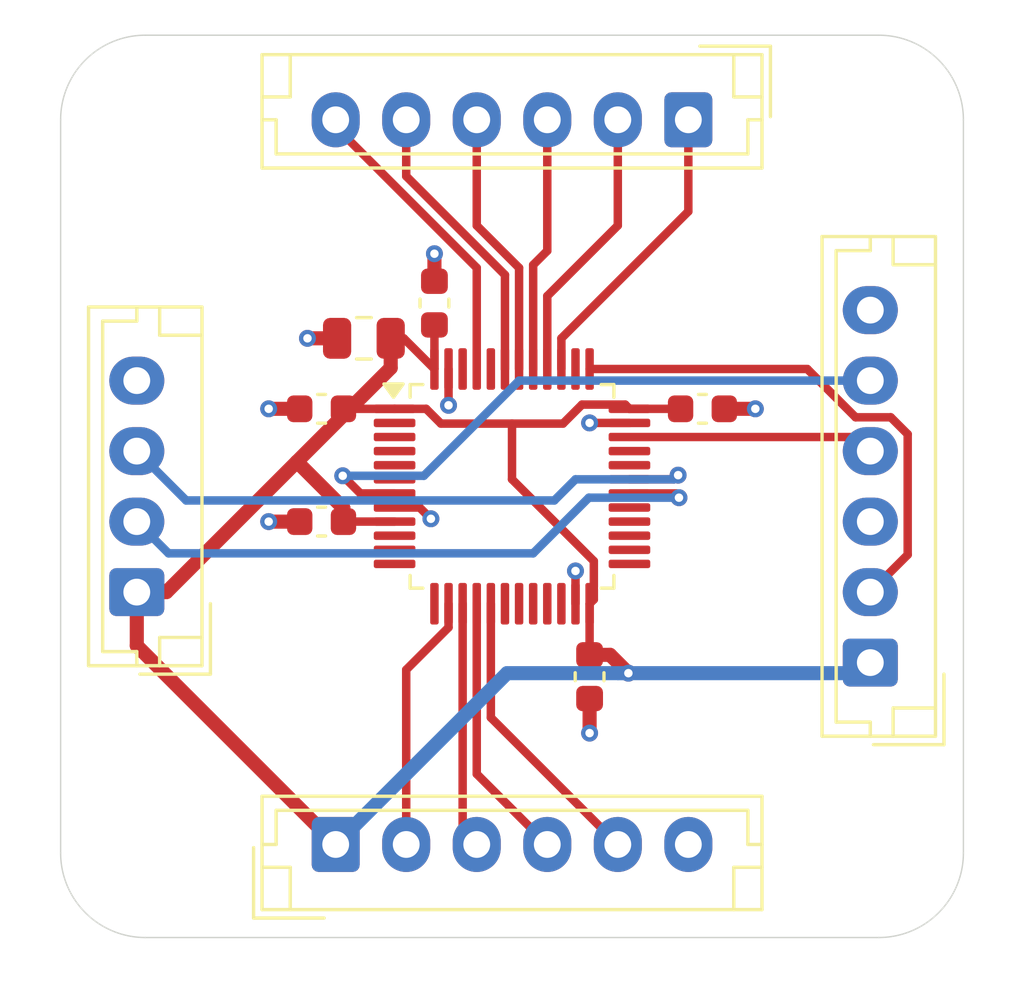
<source format=kicad_pcb>
(kicad_pcb (version 20240108) (generator "pcbnew") (generator_version "8.0")
  (layers (0 "F.Cu" signal) (1 "In1.Cu" signal) (2 "In2.Cu" signal) (31 "B.Cu" signal) (34 "B.Paste" user) (35 "F.Paste" user) (36 "B.SilkS" user "B.Silkscreen") (37 "F.SilkS" user "F.Silkscreen") (38 "B.Mask" user) (39 "F.Mask" user) (44 "Edge.Cuts" user))
  (net 0 "")
  (net 1 "GND")
  (net 2 "+3.3V")
  (net 3 "Net-(J1-Pin_2)")
  (net 4 "Net-(J1-Pin_3)")
  (net 5 "Net-(J1-Pin_4)")
  (net 6 "Net-(J1-Pin_5)")
  (net 7 "Net-(J2-Pin_2)")
  (net 8 "Net-(J2-Pin_3)")
  (net 9 "Net-(J3-Pin_2)")
  (net 10 "Net-(J3-Pin_6)")
  (net 11 "Net-(J3-Pin_4)")
  (net 12 "Net-(J3-Pin_5)")
  (net 13 "Net-(J3-Pin_3)")
  (net 14 "Net-(J3-Pin_1)")
  (net 15 "Net-(J4-Pin_4)")
  (net 16 "Net-(J4-Pin_5)")
  (net 18 "Net-(J4-Pin_2)")
  (footprint "MountingHole:MountingHole_3.2mm_M3" (layer "F.Cu") (at 173 87)
    (property "Reference" "H1" (hide yes))
    (property "Value" "MountingHole")
    (pad "" np_thru_hole circle (at 0 0) (size 3.2 3.2) (drill 3.2) (layers "*.Cu" "*.Mask"))
  )
  (footprint "Capacitor_SMD:C_0805_2012Metric" (layer "F.Cu") (at 154.75 94.75 180)
    (property "Reference" "C6" (hide yes))
    (property "Value" "4u7")
    (fp_line (start -0.261253 0.735) (end 0.261253 0.735) (stroke (width 0.12)) (layer "F.SilkS"))
    (fp_line (start -0.261253 -0.735) (end 0.261253 -0.735) (stroke (width 0.12)) (layer "F.SilkS"))
    (pad "1" smd roundrect (at -0.949999 0 180) (size 1 1.45) (layers "F.Cu" "F.Paste" "F.Mask") (net 2 "+3.3V"))
    (pad "2" smd roundrect (at 0.949999 0 180) (size 1 1.45) (layers "F.Cu" "F.Paste" "F.Mask") (net 1 "GND"))
  )
  (footprint "MountingHole:MountingHole_3.2mm_M3" (layer "F.Cu") (at 173 113)
    (property "Reference" "H2" (hide yes))
    (property "Value" "MountingHole")
    (pad "" np_thru_hole circle (at 0 0) (size 3.2 3.2) (drill 3.2) (layers "*.Cu" "*.Mask"))
  )
  (footprint "Capacitor_SMD:C_0603_1608Metric" (layer "F.Cu") (at 157.25 93.5 90)
    (property "Reference" "C5" (hide yes))
    (property "Value" "100n")
    (fp_line (start -0.140581 -0.51) (end 0.140581 -0.51) (stroke (width 0.12)) (layer "F.SilkS"))
    (fp_line (start -0.140581 0.51) (end 0.140581 0.51) (stroke (width 0.12)) (layer "F.SilkS"))
    (pad "1" smd roundrect (at -0.775 0 90) (size 0.9 0.95) (layers "F.Cu" "F.Paste" "F.Mask") (net 2 "+3.3V"))
    (pad "2" smd roundrect (at 0.775 0 90) (size 0.9 0.95) (layers "F.Cu" "F.Paste" "F.Mask") (net 1 "GND"))
  )
  (footprint "Capacitor_SMD:C_0603_1608Metric" (layer "F.Cu") (at 153.25 97.25 180)
    (property "Reference" "C1" (hide yes))
    (property "Value" "100n")
    (fp_line (start -0.140581 0.51) (end 0.140581 0.51) (stroke (width 0.12)) (layer "F.SilkS"))
    (fp_line (start -0.140581 -0.51) (end 0.140581 -0.51) (stroke (width 0.12)) (layer "F.SilkS"))
    (pad "1" smd roundrect (at -0.775 0 180) (size 0.9 0.95) (layers "F.Cu" "F.Paste" "F.Mask") (net 2 "+3.3V"))
    (pad "2" smd roundrect (at 0.775 0 180) (size 0.9 0.95) (layers "F.Cu" "F.Paste" "F.Mask") (net 1 "GND"))
  )
  (footprint "Capacitor_SMD:C_0603_1608Metric" (layer "F.Cu") (at 166.75 97.25)
    (property "Reference" "C3" (hide yes))
    (property "Value" "100n")
    (fp_line (start -0.140581 -0.51) (end 0.140581 -0.51) (stroke (width 0.12)) (layer "F.SilkS"))
    (fp_line (start -0.140581 0.51) (end 0.140581 0.51) (stroke (width 0.12)) (layer "F.SilkS"))
    (pad "1" smd roundrect (at -0.775 0) (size 0.9 0.95) (layers "F.Cu" "F.Paste" "F.Mask") (net 2 "+3.3V"))
    (pad "2" smd roundrect (at 0.775 0) (size 0.9 0.95) (layers "F.Cu" "F.Paste" "F.Mask") (net 1 "GND"))
  )
  (footprint "Connector_JST:JST_EH_B6B-EH-A_1x06_P2.50mm_Vertical" (layer "F.Cu") (at 166.25 87 180)
    (property "Reference" "J3" (hide yes))
    (property "Value" "GPIO")
    (fp_line (start 15.11 2.31) (end 15.11 -1.71) (stroke (width 0.12)) (layer "F.SilkS"))
    (fp_line (start 15.11 0.81) (end 14.11 0.81) (stroke (width 0.12)) (layer "F.SilkS"))
    (fp_line (start 15.11 -1.71) (end -2.61 -1.71) (stroke (width 0.12)) (layer "F.SilkS"))
    (fp_line (start 14.61 0) (end 15.109999 0) (stroke (width 0.12)) (layer "F.SilkS"))
    (fp_line (start 14.61 -1.21) (end 14.61 0) (stroke (width 0.12)) (layer "F.SilkS"))
    (fp_line (start 14.11 0.81) (end 14.11 2.31) (stroke (width 0.12)) (layer "F.SilkS"))
    (fp_line (start -1.609999 0.81) (end -1.61 2.31) (stroke (width 0.12)) (layer "F.SilkS"))
    (fp_line (start -2.11 0) (end -2.11 -1.21) (stroke (width 0.12)) (layer "F.SilkS"))
    (fp_line (start -2.11 -1.21) (end 14.61 -1.21) (stroke (width 0.12)) (layer "F.SilkS"))
    (fp_line (start -2.61 2.31) (end 15.11 2.31) (stroke (width 0.12)) (layer "F.SilkS"))
    (fp_line (start -2.61 0.81) (end -1.609999 0.81) (stroke (width 0.12)) (layer "F.SilkS"))
    (fp_line (start -2.61 0) (end -2.11 0) (stroke (width 0.12)) (layer "F.SilkS"))
    (fp_line (start -2.61 -1.71) (end -2.61 2.31) (stroke (width 0.12)) (layer "F.SilkS"))
    (fp_line (start -2.91 2.61) (end -0.41 2.61) (stroke (width 0.12)) (layer "F.SilkS"))
    (fp_line (start -2.91 0.11) (end -2.91 2.61) (stroke (width 0.12)) (layer "F.SilkS"))
    (pad "1" thru_hole roundrect (at 0 0 180) (size 1.7 1.95) (drill 0.95) (layers "*.Cu" "*.Mask") (roundrect_rratio 0.147059) (net 14 "Net-(J3-Pin_1)"))
    (pad "2" thru_hole oval (at 2.5 0 180) (size 1.7 1.95) (drill 0.95) (layers "*.Cu" "*.Mask") (net 9 "Net-(J3-Pin_2)"))
    (pad "3" thru_hole oval (at 5 0 180) (size 1.7 1.95) (drill 0.95) (layers "*.Cu" "*.Mask") (net 13 "Net-(J3-Pin_3)"))
    (pad "4" thru_hole oval (at 7.5 0 180) (size 1.7 1.95) (drill 0.95) (layers "*.Cu" "*.Mask") (net 11 "Net-(J3-Pin_4)"))
    (pad "5" thru_hole oval (at 10 0 180) (size 1.7 1.95) (drill 0.95) (layers "*.Cu" "*.Mask") (net 12 "Net-(J3-Pin_5)"))
    (pad "6" thru_hole oval (at 12.5 0 180) (size 1.7 1.95) (drill 0.95) (layers "*.Cu" "*.Mask") (net 10 "Net-(J3-Pin_6)"))
  )
  (footprint "Capacitor_SMD:C_0603_1608Metric" (layer "F.Cu") (at 162.75 106.75 -90)
    (property "Reference" "C4" (hide yes))
    (property "Value" "100n")
    (fp_line (start -0.140581 0.51) (end 0.140581 0.51) (stroke (width 0.12)) (layer "F.SilkS"))
    (fp_line (start -0.140581 -0.51) (end 0.140581 -0.51) (stroke (width 0.12)) (layer "F.SilkS"))
    (pad "1" smd roundrect (at -0.775 0 270) (size 0.9 0.95) (layers "F.Cu" "F.Paste" "F.Mask") (net 2 "+3.3V"))
    (pad "2" smd roundrect (at 0.775 0 270) (size 0.9 0.95) (layers "F.Cu" "F.Paste" "F.Mask") (net 1 "GND"))
  )
  (footprint "Connector_JST:JST_EH_B6B-EH-A_1x06_P2.50mm_Vertical" (layer "F.Cu") (at 153.75 112.7)
    (property "Reference" "J1" (hide yes))
    (property "Value" "SPI")
    (fp_line (start -2.91 0.11) (end -2.91 2.61) (stroke (width 0.12)) (layer "F.SilkS"))
    (fp_line (start -2.91 2.61) (end -0.41 2.61) (stroke (width 0.12)) (layer "F.SilkS"))
    (fp_line (start -2.61 -1.71) (end -2.61 2.31) (stroke (width 0.12)) (layer "F.SilkS"))
    (fp_line (start -2.61 0) (end -2.11 0) (stroke (width 0.12)) (layer "F.SilkS"))
    (fp_line (start -2.61 0.81) (end -1.609999 0.81) (stroke (width 0.12)) (layer "F.SilkS"))
    (fp_line (start -2.61 2.31) (end 15.11 2.31) (stroke (width 0.12)) (layer "F.SilkS"))
    (fp_line (start -2.11 -1.21) (end 14.61 -1.21) (stroke (width 0.12)) (layer "F.SilkS"))
    (fp_line (start -2.11 0) (end -2.11 -1.21) (stroke (width 0.12)) (layer "F.SilkS"))
    (fp_line (start -1.609999 0.81) (end -1.61 2.31) (stroke (width 0.12)) (layer "F.SilkS"))
    (fp_line (start 14.11 0.81) (end 14.11 2.31) (stroke (width 0.12)) (layer "F.SilkS"))
    (fp_line (start 14.61 -1.21) (end 14.61 0) (stroke (width 0.12)) (layer "F.SilkS"))
    (fp_line (start 14.61 0) (end 15.109999 0) (stroke (width 0.12)) (layer "F.SilkS"))
    (fp_line (start 15.11 -1.71) (end -2.61 -1.71) (stroke (width 0.12)) (layer "F.SilkS"))
    (fp_line (start 15.11 0.81) (end 14.11 0.81) (stroke (width 0.12)) (layer "F.SilkS"))
    (fp_line (start 15.11 2.31) (end 15.11 -1.71) (stroke (width 0.12)) (layer "F.SilkS"))
    (pad "1" thru_hole roundrect (at 0 0) (size 1.7 1.95) (drill 0.95) (layers "*.Cu" "*.Mask") (roundrect_rratio 0.147059) (net 2 "+3.3V"))
    (pad "2" thru_hole oval (at 2.5 0) (size 1.7 1.95) (drill 0.95) (layers "*.Cu" "*.Mask") (net 3 "Net-(J1-Pin_2)"))
    (pad "3" thru_hole oval (at 5 0) (size 1.7 1.95) (drill 0.95) (layers "*.Cu" "*.Mask") (net 4 "Net-(J1-Pin_3)"))
    (pad "4" thru_hole oval (at 7.5 0) (size 1.7 1.95) (drill 0.95) (layers "*.Cu" "*.Mask") (net 5 "Net-(J1-Pin_4)"))
    (pad "5" thru_hole oval (at 10 0) (size 1.7 1.95) (drill 0.95) (layers "*.Cu" "*.Mask") (net 6 "Net-(J1-Pin_5)"))
    (pad "6" thru_hole oval (at 12.5 0) (size 1.7 1.95) (drill 0.95) (layers "*.Cu" "*.Mask") (net 1 "GND"))
  )
  (footprint "Connector_JST:JST_EH_B4B-EH-A_1x04_P2.50mm_Vertical" (layer "F.Cu") (at 146.7 103.75 90)
    (property "Reference" "J2" (hide yes))
    (property "Value" "UART")
    (fp_line (start 10.11 -1.71) (end -2.61 -1.71) (stroke (width 0.12)) (layer "F.SilkS"))
    (fp_line (start -2.61 -1.71) (end -2.61 2.31) (stroke (width 0.12)) (layer "F.SilkS"))
    (fp_line (start 9.61 -1.21) (end 9.61 0) (stroke (width 0.12)) (layer "F.SilkS"))
    (fp_line (start -2.11 -1.21) (end 9.61 -1.21) (stroke (width 0.12)) (layer "F.SilkS"))
    (fp_line (start 9.61 0) (end 10.110001 0) (stroke (width 0.12)) (layer "F.SilkS"))
    (fp_line (start -2.11 0) (end -2.11 -1.21) (stroke (width 0.12)) (layer "F.SilkS"))
    (fp_line (start -2.61 0) (end -2.11 0) (stroke (width 0.12)) (layer "F.SilkS"))
    (fp_line (start -2.91 0.11) (end -2.91 2.61) (stroke (width 0.12)) (layer "F.SilkS"))
    (fp_line (start 10.11 0.81) (end 9.11 0.81) (stroke (width 0.12)) (layer "F.SilkS"))
    (fp_line (start 9.11 0.81) (end 9.11 2.31) (stroke (width 0.12)) (layer "F.SilkS"))
    (fp_line (start -1.609999 0.81) (end -1.61 2.31) (stroke (width 0.12)) (layer "F.SilkS"))
    (fp_line (start -2.61 0.81) (end -1.609999 0.81) (stroke (width 0.12)) (layer "F.SilkS"))
    (fp_line (start 10.11 2.31) (end 10.11 -1.71) (stroke (width 0.12)) (layer "F.SilkS"))
    (fp_line (start -2.61 2.31) (end 10.11 2.31) (stroke (width 0.12)) (layer "F.SilkS"))
    (fp_line (start -2.91 2.61) (end -0.41 2.61) (stroke (width 0.12)) (layer "F.SilkS"))
    (pad "1" thru_hole roundrect (at 0 0 90) (size 1.7 1.95) (drill 0.95) (layers "*.Cu" "*.Mask") (roundrect_rratio 0.147059) (net 2 "+3.3V"))
    (pad "2" thru_hole oval (at 2.5 0 90) (size 1.7 1.95) (drill 0.95) (layers "*.Cu" "*.Mask") (net 7 "Net-(J2-Pin_2)"))
    (pad "3" thru_hole oval (at 5 0 90) (size 1.7 1.95) (drill 0.95) (layers "*.Cu" "*.Mask") (net 8 "Net-(J2-Pin_3)"))
    (pad "4" thru_hole oval (at 7.5 0 90) (size 1.7 1.95) (drill 0.95) (layers "*.Cu" "*.Mask") (net 1 "GND"))
  )
  (footprint "Capacitor_SMD:C_0603_1608Metric" (layer "F.Cu") (at 153.25 101.25 180)
    (property "Reference" "C2" (hide yes))
    (property "Value" "100n")
    (fp_line (start -0.140581 0.51) (end 0.140581 0.51) (stroke (width 0.12)) (layer "F.SilkS"))
    (fp_line (start -0.140581 -0.51) (end 0.140581 -0.51) (stroke (width 0.12)) (layer "F.SilkS"))
    (pad "1" smd roundrect (at -0.775 0 180) (size 0.9 0.95) (layers "F.Cu" "F.Paste" "F.Mask") (net 2 "+3.3V"))
    (pad "2" smd roundrect (at 0.775 0 180) (size 0.9 0.95) (layers "F.Cu" "F.Paste" "F.Mask") (net 1 "GND"))
  )
  (footprint "MountingHole:MountingHole_3.2mm_M3" (layer "F.Cu") (at 147 87)
    (property "Reference" "H4" (hide yes))
    (property "Value" "MountingHole")
    (pad "" np_thru_hole circle (at 0 0) (size 3.2 3.2) (drill 3.2) (layers "*.Cu" "*.Mask"))
  )
  (footprint "Package_QFP:LQFP-48_7x7mm_P0.5mm" (layer "F.Cu") (at 160 100)
    (property "Reference" "U1" (hide yes))
    (property "Value" "STM32F103C8Tx")
    (fp_line (start -3.61 -3.61) (end -3.61 -3.16) (stroke (width 0.12)) (layer "F.SilkS"))
    (fp_line (start -3.61 3.61) (end -3.61 3.16) (stroke (width 0.12)) (layer "F.SilkS"))
    (fp_line (start -3.16 -3.61) (end -3.61 -3.61) (stroke (width 0.12)) (layer "F.SilkS"))
    (fp_line (start -3.16 3.61) (end -3.61 3.61) (stroke (width 0.12)) (layer "F.SilkS"))
    (fp_line (start 3.16 -3.61) (end 3.61 -3.61) (stroke (width 0.12)) (layer "F.SilkS"))
    (fp_line (start 3.16 3.61) (end 3.61 3.61) (stroke (width 0.12)) (layer "F.SilkS"))
    (fp_line (start 3.61 -3.61) (end 3.61 -3.16) (stroke (width 0.12)) (layer "F.SilkS"))
    (fp_line (start 3.61 3.61) (end 3.61 3.16) (stroke (width 0.12)) (layer "F.SilkS"))
    (fp_poly (pts (xy -4.2 -3.16) (xy -4.54 -3.63) (xy -3.86 -3.63) (xy -4.2 -3.16)) (stroke (width 0.12)) (fill solid) (layer "F.SilkS"))
    (pad "1" smd roundrect (at -4.1625 -2.75) (size 1.475 0.3) (layers "F.Cu" "F.Paste" "F.Mask") (net 2 "+3.3V"))
    (pad "2" smd roundrect (at -4.1625 -2.25) (size 1.475 0.3) (layers "F.Cu" "F.Paste" "F.Mask"))
    (pad "3" smd roundrect (at -4.1625 -1.75) (size 1.475 0.3) (layers "F.Cu" "F.Paste" "F.Mask"))
    (pad "4" smd roundrect (at -4.1625 -1.25) (size 1.475 0.3) (layers "F.Cu" "F.Paste" "F.Mask"))
    (pad "5" smd roundrect (at -4.1625 -0.75) (size 1.475 0.3) (layers "F.Cu" "F.Paste" "F.Mask"))
    (pad "6" smd roundrect (at -4.1625 -0.25) (size 1.475 0.3) (layers "F.Cu" "F.Paste" "F.Mask"))
    (pad "7" smd roundrect (at -4.1625 0.25) (size 1.475 0.3) (layers "F.Cu" "F.Paste" "F.Mask") (net 16 "Net-(J4-Pin_5)"))
    (pad "8" smd roundrect (at -4.1625 0.75) (size 1.475 0.3) (layers "F.Cu" "F.Paste" "F.Mask") (net 1 "GND"))
    (pad "9" smd roundrect (at -4.1625 1.25) (size 1.475 0.3) (layers "F.Cu" "F.Paste" "F.Mask") (net 2 "+3.3V"))
    (pad "10" smd roundrect (at -4.1625 1.75) (size 1.475 0.3) (layers "F.Cu" "F.Paste" "F.Mask"))
    (pad "11" smd roundrect (at -4.1625 2.25) (size 1.475 0.3) (layers "F.Cu" "F.Paste" "F.Mask"))
    (pad "12" smd roundrect (at -4.1625 2.75) (size 1.475 0.3) (layers "F.Cu" "F.Paste" "F.Mask"))
    (pad "13" smd roundrect (at -2.75 4.1625) (size 0.3 1.475) (layers "F.Cu" "F.Paste" "F.Mask"))
    (pad "14" smd roundrect (at -2.25 4.1625) (size 0.3 1.475) (layers "F.Cu" "F.Paste" "F.Mask") (net 3 "Net-(J1-Pin_2)"))
    (pad "15" smd roundrect (at -1.75 4.1625) (size 0.3 1.475) (layers "F.Cu" "F.Paste" "F.Mask") (net 4 "Net-(J1-Pin_3)"))
    (pad "16" smd roundrect (at -1.25 4.1625) (size 0.3 1.475) (layers "F.Cu" "F.Paste" "F.Mask") (net 5 "Net-(J1-Pin_4)"))
    (pad "17" smd roundrect (at -0.75 4.1625) (size 0.3 1.475) (layers "F.Cu" "F.Paste" "F.Mask") (net 6 "Net-(J1-Pin_5)"))
    (pad "18" smd roundrect (at -0.25 4.1625) (size 0.3 1.475) (layers "F.Cu" "F.Paste" "F.Mask"))
    (pad "19" smd roundrect (at 0.25 4.1625) (size 0.3 1.475) (layers "F.Cu" "F.Paste" "F.Mask"))
    (pad "20" smd roundrect (at 0.75 4.1625) (size 0.3 1.475) (layers "F.Cu" "F.Paste" "F.Mask"))
    (pad "21" smd roundrect (at 1.25 4.1625) (size 0.3 1.475) (layers "F.Cu" "F.Paste" "F.Mask"))
    (pad "22" smd roundrect (at 1.75 4.1625) (size 0.3 1.475) (layers "F.Cu" "F.Paste" "F.Mask"))
    (pad "23" smd roundrect (at 2.25 4.1625) (size 0.3 1.475) (layers "F.Cu" "F.Paste" "F.Mask") (net 1 "GND"))
    (pad "24" smd roundrect (at 2.75 4.1625) (size 0.3 1.475) (layers "F.Cu" "F.Paste" "F.Mask") (net 2 "+3.3V"))
    (pad "25" smd roundrect (at 4.1625 2.75) (size 1.475 0.3) (layers "F.Cu" "F.Paste" "F.Mask"))
    (pad "26" smd roundrect (at 4.1625 2.25) (size 1.475 0.3) (layers "F.Cu" "F.Paste" "F.Mask"))
    (pad "27" smd roundrect (at 4.1625 1.75) (size 1.475 0.3) (layers "F.Cu" "F.Paste" "F.Mask"))
    (pad "28" smd roundrect (at 4.1625 1.25) (size 1.475 0.3) (layers "F.Cu" "F.Paste" "F.Mask"))
    (pad "29" smd roundrect (at 4.1625 0.75) (size 1.475 0.3) (layers "F.Cu" "F.Paste" "F.Mask"))
    (pad "30" smd roundrect (at 4.1625 0.25) (size 1.475 0.3) (layers "F.Cu" "F.Paste" "F.Mask") (net 7 "Net-(J2-Pin_2)"))
    (pad "31" smd roundrect (at 4.1625 -0.25) (size 1.475 0.3) (layers "F.Cu" "F.Paste" "F.Mask") (net 8 "Net-(J2-Pin_3)"))
    (pad "32" smd roundrect (at 4.1625 -0.75) (size 1.475 0.3) (layers "F.Cu" "F.Paste" "F.Mask"))
    (pad "33" smd roundrect (at 4.1625 -1.25) (size 1.475 0.3) (layers "F.Cu" "F.Paste" "F.Mask"))
    (pad "34" smd roundrect (at 4.1625 -1.75) (size 1.475 0.3) (layers "F.Cu" "F.Paste" "F.Mask") (net 15 "Net-(J4-Pin_4)"))
    (pad "35" smd roundrect (at 4.1625 -2.25) (size 1.475 0.3) (layers "F.Cu" "F.Paste" "F.Mask") (net 1 "GND"))
    (pad "36" smd roundrect (at 4.1625 -2.75) (size 1.475 0.3) (layers "F.Cu" "F.Paste" "F.Mask") (net 2 "+3.3V"))
    (pad "37" smd roundrect (at 2.75 -4.1625) (size 0.3 1.475) (layers "F.Cu" "F.Paste" "F.Mask") (net 18 "Net-(J4-Pin_2)"))
    (pad "38" smd roundrect (at 2.25 -4.1625) (size 0.3 1.475) (layers "F.Cu" "F.Paste" "F.Mask"))
    (pad "39" smd roundrect (at 1.75 -4.1625) (size 0.3 1.475) (layers "F.Cu" "F.Paste" "F.Mask") (net 14 "Net-(J3-Pin_1)"))
    (pad "40" smd roundrect (at 1.25 -4.1625) (size 0.3 1.475) (layers "F.Cu" "F.Paste" "F.Mask") (net 9 "Net-(J3-Pin_2)"))
    (pad "41" smd roundrect (at 0.75 -4.1625) (size 0.3 1.475) (layers "F.Cu" "F.Paste" "F.Mask") (net 13 "Net-(J3-Pin_3)"))
    (pad "42" smd roundrect (at 0.25 -4.1625) (size 0.3 1.475) (layers "F.Cu" "F.Paste" "F.Mask") (net 11 "Net-(J3-Pin_4)"))
    (pad "43" smd roundrect (at -0.25 -4.1625) (size 0.3 1.475) (layers "F.Cu" "F.Paste" "F.Mask") (net 12 "Net-(J3-Pin_5)"))
    (pad "44" smd roundrect (at -0.75 -4.1625) (size 0.3 1.475) (layers "F.Cu" "F.Paste" "F.Mask"))
    (pad "45" smd roundrect (at -1.25 -4.1625) (size 0.3 1.475) (layers "F.Cu" "F.Paste" "F.Mask") (net 10 "Net-(J3-Pin_6)"))
    (pad "46" smd roundrect (at -1.75 -4.1625) (size 0.3 1.475) (layers "F.Cu" "F.Paste" "F.Mask"))
    (pad "47" smd roundrect (at -2.25 -4.1625) (size 0.3 1.475) (layers "F.Cu" "F.Paste" "F.Mask") (net 1 "GND"))
    (pad "48" smd roundrect (at -2.75 -4.1625) (size 0.3 1.475) (layers "F.Cu" "F.Paste" "F.Mask") (net 2 "+3.3V"))
  )
  (footprint "Connector_JST:JST_EH_B6B-EH-A_1x06_P2.50mm_Vertical" (layer "F.Cu") (at 172.7 106.25 90)
    (property "Reference" "J4" (hide yes))
    (property "Value" "SWD")
    (fp_line (start 15.11 -1.71) (end -2.61 -1.71) (stroke (width 0.12)) (layer "F.SilkS"))
    (fp_line (start -2.61 -1.71) (end -2.61 2.31) (stroke (width 0.12)) (layer "F.SilkS"))
    (fp_line (start 14.61 -1.21) (end 14.61 0) (stroke (width 0.12)) (layer "F.SilkS"))
    (fp_line (start -2.11 -1.21) (end 14.61 -1.21) (stroke (width 0.12)) (layer "F.SilkS"))
    (fp_line (start 14.61 0) (end 15.109999 0) (stroke (width 0.12)) (layer "F.SilkS"))
    (fp_line (start -2.11 0) (end -2.11 -1.21) (stroke (width 0.12)) (layer "F.SilkS"))
    (fp_line (start -2.61 0) (end -2.11 0) (stroke (width 0.12)) (layer "F.SilkS"))
    (fp_line (start -2.91 0.11) (end -2.91 2.61) (stroke (width 0.12)) (layer "F.SilkS"))
    (fp_line (start 15.11 0.81) (end 14.11 0.81) (stroke (width 0.12)) (layer "F.SilkS"))
    (fp_line (start 14.11 0.81) (end 14.11 2.31) (stroke (width 0.12)) (layer "F.SilkS"))
    (fp_line (start -1.609999 0.81) (end -1.61 2.31) (stroke (width 0.12)) (layer "F.SilkS"))
    (fp_line (start -2.61 0.81) (end -1.609999 0.81) (stroke (width 0.12)) (layer "F.SilkS"))
    (fp_line (start 15.11 2.31) (end 15.11 -1.71) (stroke (width 0.12)) (layer "F.SilkS"))
    (fp_line (start -2.61 2.31) (end 15.11 2.31) (stroke (width 0.12)) (layer "F.SilkS"))
    (fp_line (start -2.91 2.61) (end -0.41 2.61) (stroke (width 0.12)) (layer "F.SilkS"))
    (pad "1" thru_hole roundrect (at 0 0 90) (size 1.7 1.95) (drill 0.95) (layers "*.Cu" "*.Mask") (roundrect_rratio 0.147059) (net 2 "+3.3V"))
    (pad "2" thru_hole oval (at 2.5 0 90) (size 1.7 1.95) (drill 0.95) (layers "*.Cu" "*.Mask") (net 18 "Net-(J4-Pin_2)"))
    (pad "3" thru_hole oval (at 5 0 90) (size 1.7 1.95) (drill 0.95) (layers "*.Cu" "*.Mask") (net 1 "GND"))
    (pad "4" thru_hole oval (at 7.5 0 90) (size 1.7 1.95) (drill 0.95) (layers "*.Cu" "*.Mask") (net 15 "Net-(J4-Pin_4)"))
    (pad "5" thru_hole oval (at 10 0 90) (size 1.7 1.95) (drill 0.95) (layers "*.Cu" "*.Mask") (net 16 "Net-(J4-Pin_5)"))
    (pad "6" thru_hole oval (at 12.5 0 90) (size 1.7 1.95) (drill 0.95) (layers "*.Cu" "*.Mask"))
  )
  (footprint "MountingHole:MountingHole_3.2mm_M3" (layer "F.Cu") (at 147 113)
    (property "Reference" "H3" (hide yes))
    (property "Value" "MountingHole")
    (pad "" np_thru_hole circle (at 0 0) (size 3.2 3.2) (drill 3.2) (layers "*.Cu" "*.Mask"))
  )
  (gr_line (start 173 84) (end 147 84) (stroke (width 0.05)) (layer "Edge.Cuts"))
  (gr_arc (start 173 84) (mid 175.12132 84.87868) (end 176 87) (stroke (width 0.05)) (layer "Edge.Cuts"))
  (gr_arc (start 147 116) (mid 144.87868 115.12132) (end 144 113) (stroke (width 0.05)) (layer "Edge.Cuts"))
  (gr_line (start 147 116) (end 173 116) (stroke (width 0.05)) (layer "Edge.Cuts"))
  (gr_line (start 176 87) (end 176 113) (stroke (width 0.05)) (layer "Edge.Cuts"))
  (gr_line (start 144 87) (end 144 113) (stroke (width 0.05)) (layer "Edge.Cuts"))
  (gr_arc (start 144 87) (mid 144.87868 84.87868) (end 147 84) (stroke (width 0.05)) (layer "Edge.Cuts"))
  (gr_arc (start 176 113) (mid 175.12132 115.12132) (end 173 116) (stroke (width 0.05)) (layer "Edge.Cuts"))
  (segment (start 164.1625 97.75) (end 162.75 97.75) (width 0.3) (layer "F.Cu") (net 1))
  (segment (start 167.525 97.25) (end 168.625 97.25) (width 0.5) (layer "F.Cu") (net 1))
  (segment (start 162.75 107.575) (end 162.75 108.675) (width 0.5) (layer "F.Cu") (net 1))
  (segment (start 157.75 95.8375) (end 157.75 97.125) (width 0.3) (layer "F.Cu") (net 1))
  (segment (start 153.800001 94.75) (end 152.75 94.75) (width 0.5) (layer "F.Cu") (net 1))
  (segment (start 162.25 104.1625) (end 162.25 103) (width 0.3) (layer "F.Cu") (net 1))
  (segment (start 156.725 100.75) (end 157.125 101.15) (width 0.3) (layer "F.Cu") (net 1))
  (segment (start 152.475 97.25) (end 151.375 97.25) (width 0.5) (layer "F.Cu") (net 1))
  (segment (start 155.8375 100.75) (end 156.725 100.75) (width 0.3) (layer "F.Cu") (net 1))
  (segment (start 152.475 101.25) (end 151.375 101.25) (width 0.5) (layer "F.Cu") (net 1))
  (segment (start 157.25 92.725) (end 157.25 91.75) (width 0.5) (layer "F.Cu") (net 1))
  (via (at 168.625 97.25) (size 0.6) (drill 0.3) (layers "F.Cu" "B.Cu") (net 1))
  (via (at 162.75 108.75) (size 0.6) (drill 0.3) (layers "F.Cu" "B.Cu") (net 1))
  (via (at 151.375 97.25) (size 0.6) (drill 0.3) (layers "F.Cu" "B.Cu") (net 1))
  (via (at 157.25 91.75) (size 0.6) (drill 0.3) (layers "F.Cu" "B.Cu") (net 1))
  (via (at 162.75 97.75) (size 0.6) (drill 0.3) (layers "F.Cu" "B.Cu") (net 1))
  (via (at 157.125 101.15) (size 0.6) (drill 0.3) (layers "F.Cu" "B.Cu") (net 1))
  (via (at 162.25 103) (size 0.6) (drill 0.3) (layers "F.Cu" "B.Cu") (net 1))
  (via (at 152.75 94.75) (size 0.6) (drill 0.3) (layers "F.Cu" "B.Cu") (net 1))
  (via (at 157.75 97.125) (size 0.6) (drill 0.3) (layers "F.Cu" "B.Cu") (net 1))
  (via (at 151.375 101.25) (size 0.6) (drill 0.3) (layers "F.Cu" "B.Cu") (net 1))
  (segment (start 152.375 99.125) (end 154.025 100.775) (width 0.5) (layer "F.Cu") (net 2))
  (segment (start 162.480761 97.1) (end 164.0125 97.1) (width 0.3) (layer "F.Cu") (net 2))
  (segment (start 165.725 97.25) (end 164.1625 97.25) (width 0.3) (layer "F.Cu") (net 2))
  (segment (start 172.45 106) (end 172.7 106.25) (width 0.5) (layer "F.Cu") (net 2))
  (segment (start 160 97.775) (end 161.805761 97.775) (width 0.3) (layer "F.Cu") (net 2))
  (segment (start 146.7 103.75) (end 146.7 105.65) (width 0.5) (layer "F.Cu") (net 2))
  (segment (start 163.475 105.975) (end 162.75 105.975) (width 0.5) (layer "F.Cu") (net 2))
  (segment (start 162.5 105.975) (end 162.75 105.725) (width 0.3) (layer "F.Cu") (net 2))
  (segment (start 156.1625 94.75) (end 157.25 95.8375) (width 0.3) (layer "F.Cu") (net 2))
  (segment (start 162.9 104.0125) (end 162.9 102.65) (width 0.3) (layer "F.Cu") (net 2))
  (segment (start 157.480761 97.775) (end 160 97.775) (width 0.3) (layer "F.Cu") (net 2))
  (segment (start 155.699999 95.800001) (end 155.699999 94.75) (width 0.5) (layer "F.Cu") (net 2))
  (segment (start 156.955761 97.25) (end 157.480761 97.775) (width 0.3) (layer "F.Cu") (net 2))
  (segment (start 162.75 104.1625) (end 162.9 104.0125) (width 0.3) (layer "F.Cu") (net 2))
  (segment (start 162.75 105.725) (end 162.75 104.1625) (width 0.3) (layer "F.Cu") (net 2))
  (segment (start 146.7 105.65) (end 153.75 112.7) (width 0.5) (layer "F.Cu") (net 2))
  (segment (start 155.8375 101.25) (end 154.025 101.25) (width 0.3) (layer "F.Cu") (net 2))
  (segment (start 155.8375 97.25) (end 154.025 97.25) (width 0.3) (layer "F.Cu") (net 2))
  (segment (start 155.8375 97.25) (end 156.955761 97.25) (width 0.3) (layer "F.Cu") (net 2))
  (segment (start 147.75 103.75) (end 152.375 99.125) (width 0.5) (layer "F.Cu") (net 2))
  (segment (start 165.975 97.5) (end 165.725 97.25) (width 0.3) (layer "F.Cu") (net 2))
  (segment (start 164.125 106.625) (end 163.475 105.975) (width 0.5) (layer "F.Cu") (net 2))
  (segment (start 154.025 100.775) (end 154.025 101.25) (width 0.5) (layer "F.Cu") (net 2))
  (segment (start 146.7 103.75) (end 147.75 103.75) (width 0.5) (layer "F.Cu") (net 2))
  (segment (start 164.0125 97.1) (end 164.1625 97.25) (width 0.3) (layer "F.Cu") (net 2))
  (segment (start 155.699999 94.75) (end 156.1625 94.75) (width 0.3) (layer "F.Cu") (net 2))
  (segment (start 161.805761 97.775) (end 162.480761 97.1) (width 0.3) (layer "F.Cu") (net 2))
  (segment (start 160 99.75) (end 160 97.775) (width 0.3) (layer "F.Cu") (net 2))
  (segment (start 162.9 102.65) (end 160 99.75) (width 0.3) (layer "F.Cu") (net 2))
  (segment (start 152.375 99.125) (end 155.699999 95.800001) (width 0.5) (layer "F.Cu") (net 2))
  (segment (start 157.25 95.8375) (end 157.25 94.275) (width 0.3) (layer "F.Cu") (net 2))
  (via (at 164.125 106.625) (size 0.6) (drill 0.3) (layers "F.Cu" "B.Cu") (net 2))
  (segment (start 153.75 112.7) (end 159.825 106.625) (width 0.5) (layer "B.Cu") (net 2))
  (segment (start 172.325 106.625) (end 172.7 106.25) (width 0.5) (layer "B.Cu") (net 2))
  (segment (start 159.825 106.625) (end 163.75 106.625) (width 0.5) (layer "B.Cu") (net 2))
  (segment (start 164.125 106.625) (end 163.75 106.625) (width 0.5) (layer "B.Cu") (net 2))
  (segment (start 163.75 106.625) (end 172.325 106.625) (width 0.5) (layer "B.Cu") (net 2))
  (segment (start 156.25 106.50312) (end 156.25 112.7) (width 0.3) (layer "F.Cu") (net 3))
  (segment (start 157.75 104.1625) (end 157.75 105.00312) (width 0.3) (layer "F.Cu") (net 3))
  (segment (start 157.75 105.00312) (end 156.25 106.50312) (width 0.3) (layer "F.Cu") (net 3))
  (segment (start 158.25 104.1625) (end 158.25 112.2) (width 0.3) (layer "F.Cu") (net 4))
  (segment (start 158.25 112.2) (end 158.75 112.7) (width 0.3) (layer "F.Cu") (net 4))
  (segment (start 158.75 110.2) (end 161.25 112.7) (width 0.3) (layer "F.Cu") (net 5))
  (segment (start 158.75 104.1625) (end 158.75 110.2) (width 0.3) (layer "F.Cu") (net 5))
  (segment (start 159.25 104.1625) (end 159.25 108.2) (width 0.3) (layer "F.Cu") (net 6))
  (segment (start 159.25 108.2) (end 163.75 112.7) (width 0.3) (layer "F.Cu") (net 6))
  (segment (start 165.917895 100.401974) (end 165.917895 100.337134) (width 0.3) (layer "F.Cu") (net 7))
  (segment (start 165.917895 100.337134) (end 165.830761 100.25) (width 0.3) (layer "F.Cu") (net 7))
  (segment (start 165.830761 100.25) (end 164.1625 100.25) (width 0.3) (layer "F.Cu") (net 7))
  (via (at 165.917895 100.401974) (size 0.6) (drill 0.3) (layers "F.Cu" "B.Cu") (net 7))
  (segment (start 162.723026 100.401974) (end 160.75 102.375) (width 0.3) (layer "B.Cu") (net 7))
  (segment (start 165.917895 100.401974) (end 162.723026 100.401974) (width 0.3) (layer "B.Cu") (net 7))
  (segment (start 160.75 102.375) (end 147.825 102.375) (width 0.3) (layer "B.Cu") (net 7))
  (segment (start 147.825 102.375) (end 146.7 101.25) (width 0.3) (layer "B.Cu") (net 7))
  (segment (start 165.740577 99.75) (end 165.888048 99.602529) (width 0.3) (layer "F.Cu") (net 8))
  (segment (start 164.1625 99.75) (end 165.740577 99.75) (width 0.3) (layer "F.Cu") (net 8))
  (via (at 165.888048 99.602529) (size 0.6) (drill 0.3) (layers "F.Cu" "B.Cu") (net 8))
  (segment (start 165.740577 99.75) (end 162.25 99.75) (width 0.3) (layer "B.Cu") (net 8))
  (segment (start 161.5 100.5) (end 148.45 100.5) (width 0.3) (layer "B.Cu") (net 8))
  (segment (start 165.888048 99.602529) (end 165.740577 99.75) (width 0.3) (layer "B.Cu") (net 8))
  (segment (start 162.25 99.75) (end 161.5 100.5) (width 0.3) (layer "B.Cu") (net 8))
  (segment (start 148.45 100.5) (end 146.7 98.75) (width 0.3) (layer "B.Cu") (net 8))
  (segment (start 161.25 95.8375) (end 161.25 93.25) (width 0.3) (layer "F.Cu") (net 9))
  (segment (start 163.75 90.75) (end 163.75 87) (width 0.3) (layer "F.Cu") (net 9))
  (segment (start 161.25 93.25) (end 163.75 90.75) (width 0.3) (layer "F.Cu") (net 9))
  (segment (start 158.75 92.25) (end 153.75 87.25) (width 0.3) (layer "F.Cu") (net 10))
  (segment (start 153.75 87.25) (end 153.75 87) (width 0.3) (layer "F.Cu") (net 10))
  (segment (start 158.75 95.8375) (end 158.75 92.25) (width 0.3) (layer "F.Cu") (net 10))
  (segment (start 158.75 90.75) (end 158.75 87) (width 0.3) (layer "F.Cu") (net 11))
  (segment (start 160.25 92.25) (end 158.75 90.75) (width 0.3) (layer "F.Cu") (net 11))
  (segment (start 160.25 95.8375) (end 160.25 92.25) (width 0.3) (layer "F.Cu") (net 11))
  (segment (start 159.75 92.5) (end 156.25 89) (width 0.3) (layer "F.Cu") (net 12))
  (segment (start 159.75 95.8375) (end 159.75 92.5) (width 0.3) (layer "F.Cu") (net 12))
  (segment (start 156.25 89) (end 156.25 87) (width 0.3) (layer "F.Cu") (net 12))
  (segment (start 161.25 91.646447) (end 161.25 87) (width 0.3) (layer "F.Cu") (net 13))
  (segment (start 160.75 95.8375) (end 160.75 92.146447) (width 0.3) (layer "F.Cu") (net 13))
  (segment (start 160.75 92.146447) (end 161.25 91.646447) (width 0.3) (layer "F.Cu") (net 13))
  (segment (start 166.25 90.25) (end 166.25 87) (width 0.3) (layer "F.Cu") (net 14))
  (segment (start 161.75 94.75) (end 166.25 90.25) (width 0.3) (layer "F.Cu") (net 14))
  (segment (start 161.75 95.8375) (end 161.75 94.75) (width 0.3) (layer "F.Cu") (net 14))
  (segment (start 164.1625 98.25) (end 172.2 98.25) (width 0.3) (layer "F.Cu") (net 15))
  (segment (start 172.2 98.25) (end 172.7 98.75) (width 0.3) (layer "F.Cu") (net 15))
  (segment (start 154 99.625) (end 154.625 100.25) (width 0.3) (layer "F.Cu") (net 16))
  (segment (start 154.625 100.25) (end 155.8375 100.25) (width 0.3) (layer "F.Cu") (net 16))
  (via (at 154 99.625) (size 0.6) (drill 0.3) (layers "F.Cu" "B.Cu") (net 16))
  (segment (start 154 99.625) (end 156.875 99.625) (width 0.3) (layer "B.Cu") (net 16))
  (segment (start 160.25 96.25) (end 172.7 96.25) (width 0.3) (layer "B.Cu") (net 16))
  (segment (start 156.875 99.625) (end 160.25 96.25) (width 0.3) (layer "B.Cu") (net 16))
  (segment (start 173.425 97.55) (end 174.025 98.15) (width 0.3) (layer "F.Cu") (net 18))
  (segment (start 172.177944 97.55) (end 173.425 97.55) (width 0.3) (layer "F.Cu") (net 18))
  (segment (start 170.465444 95.8375) (end 172.177944 97.55) (width 0.3) (layer "F.Cu") (net 18))
  (segment (start 174.025 98.15) (end 174.025 102.425) (width 0.3) (layer "F.Cu") (net 18))
  (segment (start 162.75 95.8375) (end 170.465444 95.8375) (width 0.3) (layer "F.Cu") (net 18))
  (segment (start 174.025 102.425) (end 172.7 103.75) (width 0.3) (layer "F.Cu") (net 18))
)
</source>
